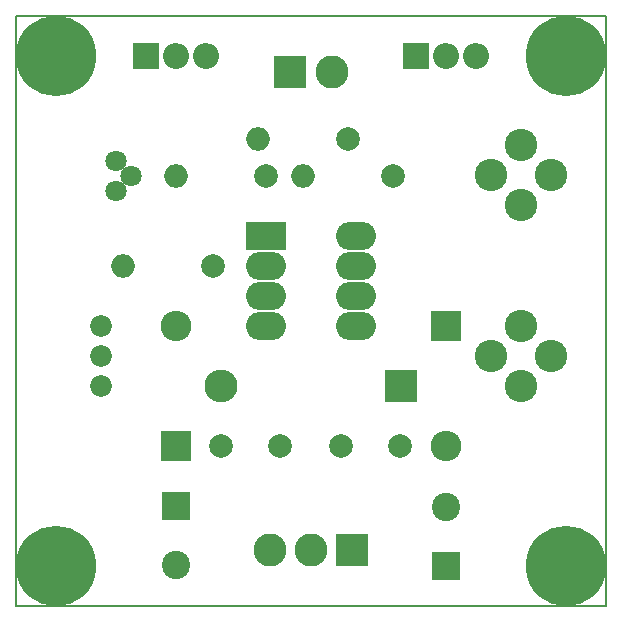
<source format=gbr>
G04 #@! TF.FileFunction,Soldermask,Bot*
%FSLAX46Y46*%
G04 Gerber Fmt 4.6, Leading zero omitted, Abs format (unit mm)*
G04 Created by KiCad (PCBNEW 4.0.7-e2-6376~58~ubuntu16.04.1) date Sun Apr  8 20:27:37 2018*
%MOMM*%
%LPD*%
G01*
G04 APERTURE LIST*
%ADD10C,0.500000*%
%ADD11C,0.150000*%
%ADD12C,2.750000*%
%ADD13C,2.000000*%
%ADD14O,2.000000X2.000000*%
%ADD15C,2.800000*%
%ADD16R,2.800000X2.800000*%
%ADD17C,1.800000*%
%ADD18R,3.400000X2.400000*%
%ADD19O,3.400000X2.400000*%
%ADD20R,2.200000X2.200000*%
%ADD21O,2.200000X2.200000*%
%ADD22C,6.800000*%
%ADD23C,1.200000*%
%ADD24R,2.600000X2.600000*%
%ADD25O,2.600000X2.600000*%
%ADD26O,2.800000X2.800000*%
%ADD27C,1.840000*%
%ADD28R,2.400000X2.400000*%
%ADD29C,2.400000*%
G04 APERTURE END LIST*
D10*
D11*
X50000000Y-50000000D02*
X50000000Y-100000000D01*
X100000000Y-50000000D02*
X100000000Y-100000000D01*
X50000000Y-100000000D02*
X100000000Y-100000000D01*
X50000000Y-50000000D02*
X100000000Y-50000000D01*
D12*
X92780000Y-66030000D03*
X92780000Y-60950000D03*
X92780000Y-76270000D03*
X92780000Y-81350000D03*
X90240000Y-63490000D03*
X95320000Y-63490000D03*
X90240000Y-78810000D03*
X95320000Y-78810000D03*
D13*
X81985000Y-63570000D03*
D14*
X74365000Y-63570000D03*
D15*
X76750000Y-54745000D03*
D16*
X73250000Y-54745000D03*
D15*
X75000000Y-95255000D03*
D16*
X78500000Y-95255000D03*
D15*
X71500000Y-95255000D03*
D17*
X59760000Y-63570000D03*
X58490000Y-64840000D03*
X58490000Y-62300000D03*
D13*
X66745000Y-71190000D03*
D14*
X59125000Y-71190000D03*
D13*
X71190000Y-63570000D03*
D14*
X63570000Y-63570000D03*
D13*
X78175000Y-60395000D03*
D14*
X70555000Y-60395000D03*
D18*
X71190000Y-68650000D03*
D19*
X78810000Y-76270000D03*
X71190000Y-71190000D03*
X78810000Y-73730000D03*
X71190000Y-73730000D03*
X78810000Y-71190000D03*
X71190000Y-76270000D03*
X78810000Y-68650000D03*
D20*
X83890000Y-53410000D03*
D21*
X86430000Y-53410000D03*
X88970000Y-53410000D03*
D20*
X61030000Y-53410000D03*
D21*
X63570000Y-53410000D03*
X66110000Y-53410000D03*
D22*
X53410000Y-53410000D03*
D23*
X55810000Y-53410000D03*
X55107056Y-55107056D03*
X53410000Y-55810000D03*
X51712944Y-55107056D03*
X51010000Y-53410000D03*
X51712944Y-51712944D03*
X53410000Y-51010000D03*
X55107056Y-51712944D03*
D22*
X96590000Y-53410000D03*
D23*
X98990000Y-53410000D03*
X98287056Y-55107056D03*
X96590000Y-55810000D03*
X94892944Y-55107056D03*
X94190000Y-53410000D03*
X94892944Y-51712944D03*
X96590000Y-51010000D03*
X98287056Y-51712944D03*
D22*
X53410000Y-96590000D03*
D23*
X55810000Y-96590000D03*
X55107056Y-98287056D03*
X53410000Y-98990000D03*
X51712944Y-98287056D03*
X51010000Y-96590000D03*
X51712944Y-94892944D03*
X53410000Y-94190000D03*
X55107056Y-94892944D03*
D22*
X96590000Y-96590000D03*
D23*
X98990000Y-96590000D03*
X98287056Y-98287056D03*
X96590000Y-98990000D03*
X94892944Y-98287056D03*
X94190000Y-96590000D03*
X94892944Y-94892944D03*
X96590000Y-94190000D03*
X98287056Y-94892944D03*
D24*
X86430000Y-76270000D03*
D25*
X86430000Y-86430000D03*
D24*
X63570000Y-86430000D03*
D25*
X63570000Y-76270000D03*
D16*
X82620000Y-81350000D03*
D26*
X67380000Y-81350000D03*
D27*
X57220000Y-81350000D03*
X57220000Y-78810000D03*
X57220000Y-76270000D03*
D28*
X86430000Y-96590000D03*
D29*
X86430000Y-91590000D03*
D28*
X63570000Y-91510000D03*
D29*
X63570000Y-96510000D03*
D13*
X77540000Y-86430000D03*
X82540000Y-86430000D03*
X67380000Y-86430000D03*
X72380000Y-86430000D03*
M02*

</source>
